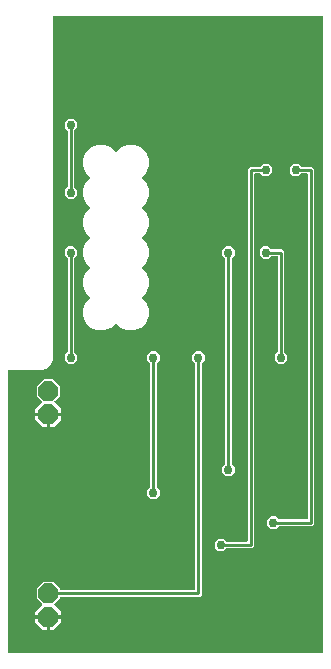
<source format=gbr>
G04 EAGLE Gerber RS-274X export*
G75*
%MOMM*%
%FSLAX34Y34*%
%LPD*%
%INBottom Copper*%
%IPPOS*%
%AMOC8*
5,1,8,0,0,1.08239X$1,22.5*%
G01*
%ADD10P,1.814519X8X112.500000*%
%ADD11C,0.756400*%
%ADD12C,0.254000*%

G36*
X288818Y16514D02*
X288818Y16514D01*
X288837Y16512D01*
X288939Y16534D01*
X289041Y16550D01*
X289058Y16560D01*
X289078Y16564D01*
X289167Y16617D01*
X289258Y16666D01*
X289272Y16680D01*
X289289Y16690D01*
X289356Y16769D01*
X289428Y16844D01*
X289436Y16862D01*
X289449Y16877D01*
X289488Y16973D01*
X289531Y17067D01*
X289533Y17087D01*
X289541Y17105D01*
X289559Y17272D01*
X289559Y555498D01*
X289558Y555509D01*
X289558Y555515D01*
X289557Y555523D01*
X289558Y555537D01*
X289536Y555639D01*
X289520Y555741D01*
X289510Y555758D01*
X289506Y555778D01*
X289453Y555867D01*
X289404Y555958D01*
X289390Y555972D01*
X289380Y555989D01*
X289301Y556056D01*
X289226Y556128D01*
X289208Y556136D01*
X289193Y556149D01*
X289097Y556188D01*
X289003Y556231D01*
X288983Y556233D01*
X288965Y556241D01*
X288798Y556259D01*
X61722Y556259D01*
X61702Y556256D01*
X61683Y556258D01*
X61581Y556236D01*
X61479Y556220D01*
X61462Y556210D01*
X61442Y556206D01*
X61353Y556153D01*
X61262Y556104D01*
X61248Y556090D01*
X61231Y556080D01*
X61164Y556001D01*
X61092Y555926D01*
X61084Y555908D01*
X61071Y555893D01*
X61032Y555797D01*
X60989Y555703D01*
X60987Y555683D01*
X60979Y555665D01*
X60961Y555498D01*
X60961Y264679D01*
X59414Y260944D01*
X56556Y258086D01*
X52821Y256539D01*
X23622Y256539D01*
X23602Y256536D01*
X23583Y256538D01*
X23481Y256516D01*
X23379Y256500D01*
X23362Y256490D01*
X23342Y256486D01*
X23253Y256433D01*
X23162Y256384D01*
X23148Y256370D01*
X23131Y256360D01*
X23064Y256281D01*
X22992Y256206D01*
X22984Y256188D01*
X22971Y256173D01*
X22932Y256077D01*
X22889Y255983D01*
X22887Y255963D01*
X22879Y255945D01*
X22861Y255778D01*
X22861Y17272D01*
X22864Y17252D01*
X22862Y17233D01*
X22884Y17131D01*
X22900Y17029D01*
X22910Y17012D01*
X22914Y16992D01*
X22967Y16903D01*
X23016Y16812D01*
X23030Y16798D01*
X23040Y16781D01*
X23119Y16714D01*
X23194Y16642D01*
X23212Y16634D01*
X23227Y16621D01*
X23323Y16582D01*
X23417Y16539D01*
X23437Y16537D01*
X23455Y16529D01*
X23622Y16511D01*
X288798Y16511D01*
X288818Y16514D01*
G37*
%LPC*%
G36*
X98584Y289639D02*
X98584Y289639D01*
X93012Y291947D01*
X88747Y296212D01*
X86439Y301784D01*
X86439Y307816D01*
X88747Y313388D01*
X92321Y316962D01*
X92333Y316978D01*
X92348Y316990D01*
X92405Y317078D01*
X92465Y317161D01*
X92471Y317180D01*
X92481Y317197D01*
X92507Y317298D01*
X92537Y317397D01*
X92537Y317416D01*
X92541Y317436D01*
X92533Y317539D01*
X92531Y317642D01*
X92524Y317661D01*
X92522Y317681D01*
X92482Y317776D01*
X92446Y317873D01*
X92434Y317889D01*
X92426Y317907D01*
X92321Y318038D01*
X88747Y321612D01*
X86439Y327184D01*
X86439Y333216D01*
X88747Y338788D01*
X92321Y342362D01*
X92333Y342378D01*
X92348Y342390D01*
X92405Y342478D01*
X92465Y342561D01*
X92471Y342580D01*
X92481Y342597D01*
X92507Y342698D01*
X92537Y342797D01*
X92537Y342816D01*
X92541Y342836D01*
X92533Y342939D01*
X92531Y343042D01*
X92524Y343061D01*
X92522Y343081D01*
X92482Y343176D01*
X92446Y343273D01*
X92434Y343289D01*
X92426Y343307D01*
X92321Y343438D01*
X88747Y347012D01*
X86439Y352584D01*
X86439Y358616D01*
X88747Y364188D01*
X92321Y367762D01*
X92333Y367778D01*
X92348Y367790D01*
X92405Y367878D01*
X92465Y367961D01*
X92471Y367980D01*
X92481Y367997D01*
X92507Y368098D01*
X92537Y368197D01*
X92537Y368216D01*
X92541Y368236D01*
X92533Y368339D01*
X92531Y368442D01*
X92524Y368461D01*
X92522Y368481D01*
X92482Y368576D01*
X92446Y368673D01*
X92434Y368689D01*
X92426Y368707D01*
X92321Y368838D01*
X88747Y372412D01*
X86439Y377984D01*
X86439Y384016D01*
X88747Y389588D01*
X92321Y393162D01*
X92333Y393178D01*
X92348Y393190D01*
X92405Y393278D01*
X92465Y393361D01*
X92471Y393380D01*
X92481Y393397D01*
X92507Y393498D01*
X92537Y393597D01*
X92537Y393616D01*
X92541Y393636D01*
X92533Y393739D01*
X92531Y393842D01*
X92524Y393861D01*
X92522Y393881D01*
X92482Y393976D01*
X92446Y394073D01*
X92434Y394089D01*
X92426Y394107D01*
X92321Y394238D01*
X88747Y397812D01*
X86439Y403384D01*
X86439Y409416D01*
X88747Y414988D01*
X92321Y418562D01*
X92333Y418578D01*
X92348Y418590D01*
X92405Y418678D01*
X92465Y418761D01*
X92471Y418780D01*
X92481Y418797D01*
X92507Y418898D01*
X92537Y418997D01*
X92537Y419016D01*
X92541Y419036D01*
X92533Y419139D01*
X92531Y419242D01*
X92524Y419261D01*
X92522Y419281D01*
X92482Y419376D01*
X92446Y419473D01*
X92434Y419489D01*
X92426Y419507D01*
X92321Y419638D01*
X88747Y423212D01*
X86439Y428784D01*
X86439Y434816D01*
X88747Y440388D01*
X93012Y444653D01*
X98584Y446961D01*
X104616Y446961D01*
X110188Y444653D01*
X113762Y441079D01*
X113778Y441067D01*
X113790Y441052D01*
X113878Y440996D01*
X113961Y440935D01*
X113980Y440929D01*
X113997Y440919D01*
X114098Y440893D01*
X114197Y440863D01*
X114216Y440863D01*
X114236Y440859D01*
X114339Y440867D01*
X114442Y440869D01*
X114461Y440876D01*
X114481Y440878D01*
X114576Y440918D01*
X114673Y440954D01*
X114689Y440966D01*
X114707Y440974D01*
X114838Y441079D01*
X118412Y444653D01*
X123984Y446961D01*
X130016Y446961D01*
X135588Y444653D01*
X139853Y440388D01*
X142161Y434816D01*
X142161Y428784D01*
X139853Y423212D01*
X136279Y419638D01*
X136267Y419622D01*
X136252Y419610D01*
X136195Y419522D01*
X136135Y419439D01*
X136129Y419420D01*
X136119Y419403D01*
X136093Y419302D01*
X136063Y419203D01*
X136063Y419184D01*
X136059Y419164D01*
X136067Y419061D01*
X136069Y418958D01*
X136076Y418939D01*
X136078Y418919D01*
X136118Y418824D01*
X136154Y418727D01*
X136166Y418711D01*
X136174Y418693D01*
X136279Y418562D01*
X139853Y414988D01*
X142161Y409416D01*
X142161Y403384D01*
X139853Y397812D01*
X136279Y394238D01*
X136267Y394222D01*
X136252Y394210D01*
X136195Y394122D01*
X136135Y394039D01*
X136129Y394020D01*
X136119Y394003D01*
X136093Y393902D01*
X136063Y393803D01*
X136063Y393784D01*
X136059Y393764D01*
X136067Y393661D01*
X136069Y393558D01*
X136076Y393539D01*
X136078Y393519D01*
X136118Y393424D01*
X136154Y393327D01*
X136166Y393311D01*
X136174Y393293D01*
X136279Y393162D01*
X139853Y389588D01*
X142161Y384016D01*
X142161Y377984D01*
X139853Y372412D01*
X136279Y368838D01*
X136267Y368822D01*
X136252Y368810D01*
X136195Y368722D01*
X136135Y368639D01*
X136129Y368620D01*
X136119Y368603D01*
X136093Y368502D01*
X136063Y368403D01*
X136063Y368384D01*
X136059Y368364D01*
X136067Y368261D01*
X136069Y368158D01*
X136076Y368139D01*
X136078Y368119D01*
X136118Y368024D01*
X136154Y367927D01*
X136166Y367911D01*
X136174Y367893D01*
X136279Y367762D01*
X139853Y364188D01*
X142161Y358616D01*
X142161Y352584D01*
X139853Y347012D01*
X136279Y343438D01*
X136267Y343422D01*
X136252Y343410D01*
X136195Y343322D01*
X136135Y343239D01*
X136129Y343220D01*
X136119Y343203D01*
X136093Y343102D01*
X136063Y343003D01*
X136063Y342984D01*
X136059Y342964D01*
X136067Y342861D01*
X136069Y342758D01*
X136076Y342739D01*
X136078Y342719D01*
X136118Y342624D01*
X136154Y342527D01*
X136166Y342511D01*
X136174Y342493D01*
X136279Y342362D01*
X139853Y338788D01*
X142161Y333216D01*
X142161Y327184D01*
X139853Y321612D01*
X136279Y318038D01*
X136267Y318022D01*
X136252Y318010D01*
X136195Y317922D01*
X136135Y317839D01*
X136129Y317820D01*
X136119Y317803D01*
X136093Y317702D01*
X136063Y317603D01*
X136063Y317584D01*
X136059Y317564D01*
X136067Y317461D01*
X136069Y317358D01*
X136076Y317339D01*
X136078Y317319D01*
X136118Y317224D01*
X136154Y317127D01*
X136166Y317111D01*
X136174Y317093D01*
X136279Y316962D01*
X139853Y313388D01*
X142161Y307816D01*
X142161Y301784D01*
X139853Y296212D01*
X135588Y291947D01*
X130016Y289639D01*
X123984Y289639D01*
X118412Y291947D01*
X114838Y295521D01*
X114822Y295533D01*
X114810Y295548D01*
X114722Y295605D01*
X114639Y295665D01*
X114620Y295671D01*
X114603Y295681D01*
X114502Y295707D01*
X114403Y295737D01*
X114384Y295737D01*
X114364Y295741D01*
X114261Y295733D01*
X114158Y295731D01*
X114139Y295724D01*
X114119Y295722D01*
X114024Y295682D01*
X113927Y295646D01*
X113911Y295634D01*
X113893Y295626D01*
X113762Y295521D01*
X110188Y291947D01*
X104616Y289639D01*
X98584Y289639D01*
G37*
%LPD*%
%LPC*%
G36*
X57149Y47149D02*
X57149Y47149D01*
X57149Y47912D01*
X57146Y47932D01*
X57148Y47951D01*
X57126Y48053D01*
X57109Y48155D01*
X57100Y48172D01*
X57096Y48192D01*
X57043Y48281D01*
X56994Y48372D01*
X56980Y48386D01*
X56970Y48403D01*
X56891Y48470D01*
X56816Y48541D01*
X56798Y48550D01*
X56783Y48563D01*
X56687Y48602D01*
X56593Y48645D01*
X56573Y48647D01*
X56555Y48655D01*
X56388Y48673D01*
X46227Y48673D01*
X46227Y51674D01*
X51883Y57330D01*
X51895Y57346D01*
X51910Y57359D01*
X51966Y57446D01*
X52027Y57530D01*
X52032Y57549D01*
X52043Y57566D01*
X52069Y57666D01*
X52099Y57765D01*
X52098Y57785D01*
X52103Y57804D01*
X52095Y57907D01*
X52093Y58011D01*
X52086Y58030D01*
X52084Y58049D01*
X52044Y58144D01*
X52008Y58242D01*
X51996Y58258D01*
X51988Y58276D01*
X51883Y58407D01*
X47243Y63046D01*
X47243Y71254D01*
X53046Y77057D01*
X61254Y77057D01*
X67057Y71254D01*
X67057Y70706D01*
X67060Y70686D01*
X67058Y70667D01*
X67080Y70565D01*
X67096Y70463D01*
X67106Y70446D01*
X67110Y70426D01*
X67163Y70337D01*
X67212Y70246D01*
X67226Y70232D01*
X67236Y70215D01*
X67315Y70148D01*
X67390Y70076D01*
X67408Y70068D01*
X67423Y70055D01*
X67519Y70016D01*
X67613Y69973D01*
X67633Y69971D01*
X67651Y69963D01*
X67818Y69945D01*
X180594Y69945D01*
X180614Y69948D01*
X180633Y69946D01*
X180735Y69968D01*
X180837Y69984D01*
X180854Y69994D01*
X180874Y69998D01*
X180963Y70051D01*
X181054Y70100D01*
X181068Y70114D01*
X181085Y70124D01*
X181152Y70203D01*
X181224Y70278D01*
X181232Y70296D01*
X181245Y70311D01*
X181284Y70407D01*
X181327Y70501D01*
X181329Y70521D01*
X181337Y70539D01*
X181355Y70706D01*
X181355Y261675D01*
X181341Y261765D01*
X181333Y261856D01*
X181321Y261885D01*
X181316Y261917D01*
X181273Y261998D01*
X181237Y262082D01*
X181211Y262114D01*
X181200Y262135D01*
X181177Y262157D01*
X181132Y262213D01*
X178843Y264502D01*
X178843Y268898D01*
X181952Y272007D01*
X186348Y272007D01*
X189457Y268898D01*
X189457Y264502D01*
X187168Y262213D01*
X187115Y262139D01*
X187055Y262069D01*
X187043Y262039D01*
X187024Y262013D01*
X186997Y261926D01*
X186963Y261841D01*
X186959Y261800D01*
X186952Y261778D01*
X186953Y261746D01*
X186945Y261675D01*
X186945Y65992D01*
X185308Y64355D01*
X67818Y64355D01*
X67798Y64352D01*
X67779Y64354D01*
X67677Y64332D01*
X67575Y64316D01*
X67558Y64306D01*
X67538Y64302D01*
X67449Y64249D01*
X67358Y64200D01*
X67344Y64186D01*
X67327Y64176D01*
X67260Y64097D01*
X67188Y64022D01*
X67180Y64004D01*
X67167Y63989D01*
X67128Y63893D01*
X67085Y63799D01*
X67083Y63779D01*
X67075Y63761D01*
X67057Y63594D01*
X67057Y63046D01*
X62417Y58407D01*
X62405Y58391D01*
X62390Y58378D01*
X62334Y58291D01*
X62273Y58207D01*
X62268Y58188D01*
X62257Y58171D01*
X62231Y58071D01*
X62201Y57972D01*
X62202Y57952D01*
X62197Y57933D01*
X62205Y57830D01*
X62207Y57726D01*
X62214Y57707D01*
X62216Y57687D01*
X62256Y57593D01*
X62292Y57495D01*
X62304Y57479D01*
X62312Y57461D01*
X62417Y57330D01*
X68073Y51674D01*
X68073Y48673D01*
X57912Y48673D01*
X57892Y48670D01*
X57873Y48672D01*
X57771Y48650D01*
X57669Y48633D01*
X57652Y48624D01*
X57632Y48620D01*
X57543Y48567D01*
X57452Y48518D01*
X57438Y48504D01*
X57421Y48494D01*
X57354Y48415D01*
X57283Y48340D01*
X57274Y48322D01*
X57261Y48307D01*
X57223Y48211D01*
X57179Y48117D01*
X57177Y48097D01*
X57169Y48079D01*
X57151Y47912D01*
X57151Y47149D01*
X57149Y47149D01*
G37*
%LPD*%
%LPC*%
G36*
X201002Y102643D02*
X201002Y102643D01*
X197893Y105752D01*
X197893Y110148D01*
X201002Y113257D01*
X205398Y113257D01*
X207687Y110968D01*
X207761Y110915D01*
X207831Y110855D01*
X207861Y110843D01*
X207887Y110824D01*
X207974Y110797D01*
X208059Y110763D01*
X208100Y110759D01*
X208122Y110752D01*
X208154Y110753D01*
X208225Y110745D01*
X225044Y110745D01*
X225064Y110748D01*
X225083Y110746D01*
X225185Y110768D01*
X225287Y110784D01*
X225304Y110794D01*
X225324Y110798D01*
X225413Y110851D01*
X225504Y110900D01*
X225518Y110914D01*
X225535Y110924D01*
X225602Y111003D01*
X225674Y111078D01*
X225682Y111096D01*
X225695Y111111D01*
X225734Y111207D01*
X225777Y111301D01*
X225779Y111321D01*
X225787Y111339D01*
X225805Y111506D01*
X225805Y426608D01*
X227442Y428245D01*
X236275Y428245D01*
X236365Y428259D01*
X236456Y428267D01*
X236485Y428279D01*
X236517Y428284D01*
X236598Y428327D01*
X236682Y428363D01*
X236714Y428389D01*
X236735Y428400D01*
X236757Y428423D01*
X236813Y428468D01*
X239102Y430757D01*
X243498Y430757D01*
X246607Y427648D01*
X246607Y423252D01*
X243498Y420143D01*
X239102Y420143D01*
X236813Y422432D01*
X236739Y422485D01*
X236669Y422545D01*
X236639Y422557D01*
X236613Y422576D01*
X236526Y422603D01*
X236441Y422637D01*
X236400Y422641D01*
X236378Y422648D01*
X236346Y422647D01*
X236275Y422655D01*
X232156Y422655D01*
X232136Y422652D01*
X232117Y422654D01*
X232015Y422632D01*
X231913Y422616D01*
X231896Y422606D01*
X231876Y422602D01*
X231787Y422549D01*
X231696Y422500D01*
X231682Y422486D01*
X231665Y422476D01*
X231598Y422397D01*
X231526Y422322D01*
X231518Y422304D01*
X231505Y422289D01*
X231466Y422193D01*
X231423Y422099D01*
X231421Y422079D01*
X231413Y422061D01*
X231395Y421894D01*
X231395Y106792D01*
X229758Y105155D01*
X208225Y105155D01*
X208135Y105141D01*
X208044Y105133D01*
X208015Y105121D01*
X207983Y105116D01*
X207902Y105073D01*
X207818Y105037D01*
X207786Y105011D01*
X207765Y105000D01*
X207743Y104977D01*
X207687Y104932D01*
X205398Y102643D01*
X201002Y102643D01*
G37*
%LPD*%
%LPC*%
G36*
X245452Y121693D02*
X245452Y121693D01*
X242343Y124802D01*
X242343Y129198D01*
X245452Y132307D01*
X249848Y132307D01*
X252137Y130018D01*
X252211Y129965D01*
X252281Y129905D01*
X252311Y129893D01*
X252337Y129874D01*
X252424Y129847D01*
X252509Y129813D01*
X252550Y129809D01*
X252572Y129802D01*
X252604Y129803D01*
X252675Y129795D01*
X275844Y129795D01*
X275864Y129798D01*
X275883Y129796D01*
X275985Y129818D01*
X276087Y129834D01*
X276104Y129844D01*
X276124Y129848D01*
X276213Y129901D01*
X276304Y129950D01*
X276318Y129964D01*
X276335Y129974D01*
X276402Y130053D01*
X276474Y130128D01*
X276482Y130146D01*
X276495Y130161D01*
X276534Y130257D01*
X276577Y130351D01*
X276579Y130371D01*
X276587Y130389D01*
X276605Y130556D01*
X276605Y421894D01*
X276602Y421914D01*
X276604Y421933D01*
X276582Y422035D01*
X276566Y422137D01*
X276556Y422154D01*
X276552Y422174D01*
X276499Y422263D01*
X276450Y422354D01*
X276436Y422368D01*
X276426Y422385D01*
X276347Y422452D01*
X276272Y422524D01*
X276254Y422532D01*
X276239Y422545D01*
X276143Y422584D01*
X276049Y422627D01*
X276029Y422629D01*
X276011Y422637D01*
X275844Y422655D01*
X271725Y422655D01*
X271635Y422641D01*
X271544Y422633D01*
X271515Y422621D01*
X271483Y422616D01*
X271402Y422573D01*
X271318Y422537D01*
X271286Y422511D01*
X271265Y422500D01*
X271243Y422477D01*
X271187Y422432D01*
X268898Y420143D01*
X264502Y420143D01*
X261393Y423252D01*
X261393Y427648D01*
X264502Y430757D01*
X268898Y430757D01*
X271187Y428468D01*
X271261Y428415D01*
X271331Y428355D01*
X271361Y428343D01*
X271387Y428324D01*
X271474Y428297D01*
X271559Y428263D01*
X271600Y428259D01*
X271622Y428252D01*
X271654Y428253D01*
X271725Y428245D01*
X280558Y428245D01*
X282195Y426608D01*
X282195Y125842D01*
X280558Y124205D01*
X252675Y124205D01*
X252585Y124191D01*
X252494Y124183D01*
X252465Y124171D01*
X252433Y124166D01*
X252352Y124123D01*
X252268Y124087D01*
X252236Y124061D01*
X252215Y124050D01*
X252193Y124027D01*
X252137Y123982D01*
X249848Y121693D01*
X245452Y121693D01*
G37*
%LPD*%
%LPC*%
G36*
X207352Y166143D02*
X207352Y166143D01*
X204243Y169252D01*
X204243Y173648D01*
X206532Y175937D01*
X206585Y176011D01*
X206645Y176081D01*
X206657Y176111D01*
X206676Y176137D01*
X206703Y176224D01*
X206737Y176309D01*
X206741Y176350D01*
X206748Y176372D01*
X206747Y176404D01*
X206755Y176475D01*
X206755Y350575D01*
X206741Y350665D01*
X206733Y350756D01*
X206721Y350785D01*
X206716Y350817D01*
X206673Y350898D01*
X206637Y350982D01*
X206611Y351014D01*
X206600Y351035D01*
X206577Y351057D01*
X206532Y351113D01*
X204243Y353402D01*
X204243Y357798D01*
X207352Y360907D01*
X211748Y360907D01*
X214857Y357798D01*
X214857Y353402D01*
X212568Y351113D01*
X212515Y351039D01*
X212455Y350969D01*
X212443Y350939D01*
X212424Y350913D01*
X212397Y350826D01*
X212363Y350741D01*
X212359Y350700D01*
X212352Y350678D01*
X212353Y350646D01*
X212345Y350575D01*
X212345Y176475D01*
X212359Y176385D01*
X212367Y176294D01*
X212379Y176265D01*
X212384Y176233D01*
X212427Y176152D01*
X212463Y176068D01*
X212489Y176036D01*
X212500Y176015D01*
X212523Y175993D01*
X212568Y175937D01*
X214857Y173648D01*
X214857Y169252D01*
X211748Y166143D01*
X207352Y166143D01*
G37*
%LPD*%
%LPC*%
G36*
X143852Y147093D02*
X143852Y147093D01*
X140743Y150202D01*
X140743Y154598D01*
X143032Y156887D01*
X143085Y156961D01*
X143145Y157031D01*
X143157Y157061D01*
X143176Y157087D01*
X143203Y157174D01*
X143237Y157259D01*
X143241Y157300D01*
X143248Y157322D01*
X143247Y157354D01*
X143255Y157425D01*
X143255Y261675D01*
X143241Y261765D01*
X143233Y261856D01*
X143221Y261885D01*
X143216Y261917D01*
X143173Y261998D01*
X143137Y262082D01*
X143111Y262114D01*
X143100Y262135D01*
X143077Y262157D01*
X143032Y262213D01*
X140743Y264502D01*
X140743Y268898D01*
X143852Y272007D01*
X148248Y272007D01*
X151357Y268898D01*
X151357Y264502D01*
X149068Y262213D01*
X149015Y262139D01*
X148955Y262069D01*
X148943Y262039D01*
X148924Y262013D01*
X148897Y261926D01*
X148863Y261841D01*
X148859Y261800D01*
X148852Y261778D01*
X148853Y261746D01*
X148845Y261675D01*
X148845Y157425D01*
X148859Y157335D01*
X148867Y157244D01*
X148879Y157215D01*
X148884Y157183D01*
X148927Y157102D01*
X148963Y157018D01*
X148989Y156986D01*
X149000Y156965D01*
X149023Y156943D01*
X149068Y156887D01*
X151357Y154598D01*
X151357Y150202D01*
X148248Y147093D01*
X143852Y147093D01*
G37*
%LPD*%
%LPC*%
G36*
X251802Y261393D02*
X251802Y261393D01*
X248693Y264502D01*
X248693Y268898D01*
X250982Y271187D01*
X251035Y271261D01*
X251095Y271331D01*
X251107Y271361D01*
X251126Y271387D01*
X251153Y271474D01*
X251187Y271559D01*
X251191Y271600D01*
X251198Y271622D01*
X251197Y271654D01*
X251205Y271725D01*
X251205Y352044D01*
X251202Y352064D01*
X251204Y352083D01*
X251182Y352185D01*
X251166Y352287D01*
X251156Y352304D01*
X251152Y352324D01*
X251099Y352413D01*
X251050Y352504D01*
X251036Y352518D01*
X251026Y352535D01*
X250947Y352602D01*
X250872Y352674D01*
X250854Y352682D01*
X250839Y352695D01*
X250743Y352734D01*
X250649Y352777D01*
X250629Y352779D01*
X250611Y352787D01*
X250444Y352805D01*
X246325Y352805D01*
X246235Y352791D01*
X246144Y352783D01*
X246115Y352771D01*
X246083Y352766D01*
X246002Y352723D01*
X245918Y352687D01*
X245886Y352661D01*
X245865Y352650D01*
X245843Y352627D01*
X245787Y352582D01*
X243498Y350293D01*
X239102Y350293D01*
X235993Y353402D01*
X235993Y357798D01*
X239102Y360907D01*
X243498Y360907D01*
X245787Y358618D01*
X245861Y358565D01*
X245931Y358505D01*
X245961Y358493D01*
X245987Y358474D01*
X246074Y358447D01*
X246159Y358413D01*
X246200Y358409D01*
X246222Y358402D01*
X246254Y358403D01*
X246325Y358395D01*
X255158Y358395D01*
X256795Y356758D01*
X256795Y271725D01*
X256809Y271635D01*
X256817Y271544D01*
X256829Y271515D01*
X256834Y271483D01*
X256877Y271402D01*
X256913Y271318D01*
X256939Y271286D01*
X256950Y271265D01*
X256973Y271243D01*
X257018Y271187D01*
X259307Y268898D01*
X259307Y264502D01*
X256198Y261393D01*
X251802Y261393D01*
G37*
%LPD*%
%LPC*%
G36*
X74002Y261393D02*
X74002Y261393D01*
X70893Y264502D01*
X70893Y268898D01*
X73182Y271187D01*
X73235Y271261D01*
X73295Y271331D01*
X73307Y271361D01*
X73326Y271387D01*
X73353Y271474D01*
X73387Y271559D01*
X73391Y271600D01*
X73398Y271622D01*
X73397Y271654D01*
X73405Y271725D01*
X73405Y350575D01*
X73391Y350665D01*
X73383Y350756D01*
X73371Y350785D01*
X73366Y350817D01*
X73323Y350898D01*
X73287Y350982D01*
X73261Y351014D01*
X73250Y351035D01*
X73227Y351057D01*
X73182Y351113D01*
X70893Y353402D01*
X70893Y357798D01*
X74002Y360907D01*
X78398Y360907D01*
X81507Y357798D01*
X81507Y353402D01*
X79218Y351113D01*
X79165Y351039D01*
X79105Y350969D01*
X79093Y350939D01*
X79074Y350913D01*
X79047Y350826D01*
X79013Y350741D01*
X79009Y350700D01*
X79002Y350678D01*
X79003Y350646D01*
X78995Y350575D01*
X78995Y271725D01*
X79009Y271635D01*
X79017Y271544D01*
X79029Y271515D01*
X79034Y271483D01*
X79077Y271402D01*
X79113Y271318D01*
X79139Y271286D01*
X79150Y271265D01*
X79173Y271243D01*
X79218Y271187D01*
X81507Y268898D01*
X81507Y264502D01*
X78398Y261393D01*
X74002Y261393D01*
G37*
%LPD*%
%LPC*%
G36*
X57149Y218599D02*
X57149Y218599D01*
X57149Y219362D01*
X57146Y219382D01*
X57148Y219401D01*
X57126Y219503D01*
X57109Y219605D01*
X57100Y219622D01*
X57096Y219642D01*
X57043Y219731D01*
X56994Y219822D01*
X56980Y219836D01*
X56970Y219853D01*
X56891Y219920D01*
X56816Y219991D01*
X56798Y220000D01*
X56783Y220013D01*
X56687Y220052D01*
X56593Y220095D01*
X56573Y220097D01*
X56555Y220105D01*
X56388Y220123D01*
X46227Y220123D01*
X46227Y223124D01*
X51883Y228780D01*
X51895Y228796D01*
X51910Y228809D01*
X51966Y228896D01*
X52027Y228980D01*
X52032Y228999D01*
X52043Y229016D01*
X52069Y229116D01*
X52099Y229215D01*
X52098Y229235D01*
X52103Y229254D01*
X52095Y229357D01*
X52093Y229461D01*
X52086Y229480D01*
X52084Y229499D01*
X52044Y229594D01*
X52008Y229692D01*
X51996Y229708D01*
X51988Y229726D01*
X51883Y229857D01*
X47243Y234496D01*
X47243Y242704D01*
X53046Y248507D01*
X61254Y248507D01*
X67057Y242704D01*
X67057Y234496D01*
X62417Y229857D01*
X62405Y229841D01*
X62390Y229828D01*
X62334Y229741D01*
X62273Y229657D01*
X62268Y229638D01*
X62257Y229621D01*
X62231Y229521D01*
X62201Y229422D01*
X62202Y229402D01*
X62197Y229383D01*
X62205Y229280D01*
X62207Y229176D01*
X62214Y229157D01*
X62216Y229137D01*
X62256Y229043D01*
X62292Y228945D01*
X62304Y228929D01*
X62312Y228911D01*
X62417Y228780D01*
X68073Y223124D01*
X68073Y220123D01*
X57912Y220123D01*
X57892Y220120D01*
X57873Y220122D01*
X57771Y220100D01*
X57669Y220083D01*
X57652Y220074D01*
X57632Y220070D01*
X57543Y220017D01*
X57452Y219968D01*
X57438Y219954D01*
X57421Y219944D01*
X57354Y219865D01*
X57283Y219790D01*
X57274Y219772D01*
X57261Y219757D01*
X57223Y219661D01*
X57179Y219567D01*
X57177Y219547D01*
X57169Y219529D01*
X57151Y219362D01*
X57151Y218599D01*
X57149Y218599D01*
G37*
%LPD*%
%LPC*%
G36*
X74002Y401093D02*
X74002Y401093D01*
X70893Y404202D01*
X70893Y408598D01*
X73182Y410887D01*
X73235Y410961D01*
X73295Y411031D01*
X73307Y411061D01*
X73326Y411087D01*
X73353Y411174D01*
X73387Y411259D01*
X73391Y411300D01*
X73398Y411322D01*
X73397Y411354D01*
X73405Y411425D01*
X73405Y458525D01*
X73391Y458615D01*
X73383Y458706D01*
X73371Y458735D01*
X73366Y458767D01*
X73323Y458848D01*
X73287Y458932D01*
X73261Y458964D01*
X73250Y458985D01*
X73227Y459007D01*
X73182Y459063D01*
X70893Y461352D01*
X70893Y465748D01*
X74002Y468857D01*
X78398Y468857D01*
X81507Y465748D01*
X81507Y461352D01*
X79218Y459063D01*
X79165Y458989D01*
X79105Y458919D01*
X79093Y458889D01*
X79074Y458863D01*
X79047Y458776D01*
X79013Y458691D01*
X79009Y458650D01*
X79002Y458628D01*
X79003Y458596D01*
X78995Y458525D01*
X78995Y411425D01*
X79009Y411335D01*
X79017Y411244D01*
X79029Y411215D01*
X79034Y411183D01*
X79077Y411102D01*
X79113Y411018D01*
X79139Y410986D01*
X79150Y410965D01*
X79173Y410943D01*
X79218Y410887D01*
X81507Y408598D01*
X81507Y404202D01*
X78398Y401093D01*
X74002Y401093D01*
G37*
%LPD*%
%LPC*%
G36*
X58673Y207677D02*
X58673Y207677D01*
X58673Y217077D01*
X68073Y217077D01*
X68073Y214076D01*
X61674Y207677D01*
X58673Y207677D01*
G37*
%LPD*%
%LPC*%
G36*
X58673Y36227D02*
X58673Y36227D01*
X58673Y45627D01*
X68073Y45627D01*
X68073Y42626D01*
X61674Y36227D01*
X58673Y36227D01*
G37*
%LPD*%
%LPC*%
G36*
X52626Y207677D02*
X52626Y207677D01*
X46227Y214076D01*
X46227Y217077D01*
X55627Y217077D01*
X55627Y207677D01*
X52626Y207677D01*
G37*
%LPD*%
%LPC*%
G36*
X52626Y36227D02*
X52626Y36227D01*
X46227Y42626D01*
X46227Y45627D01*
X55627Y45627D01*
X55627Y36227D01*
X52626Y36227D01*
G37*
%LPD*%
D10*
X57150Y47150D03*
X57150Y67150D03*
X57150Y218600D03*
X57150Y238600D03*
D11*
X146050Y266700D03*
D12*
X146050Y152400D01*
D11*
X146050Y152400D03*
X209550Y355600D03*
D12*
X209550Y171450D01*
D11*
X209550Y171450D03*
X76200Y355600D03*
X76200Y266700D03*
D12*
X76200Y355600D01*
D11*
X184150Y266700D03*
D12*
X184150Y67150D02*
X57150Y67150D01*
X184150Y67150D02*
X184150Y266700D01*
D11*
X76200Y406400D03*
D12*
X76200Y463550D01*
D11*
X76200Y463550D03*
X203200Y107950D03*
X241300Y425450D03*
D12*
X228600Y425450D01*
X228600Y107950D01*
X203200Y107950D01*
D11*
X247650Y127000D03*
X266700Y425450D03*
D12*
X279400Y425450D01*
X279400Y127000D01*
X247650Y127000D01*
D11*
X254000Y266700D03*
D12*
X254000Y355600D01*
X241300Y355600D01*
D11*
X241300Y355600D03*
M02*

</source>
